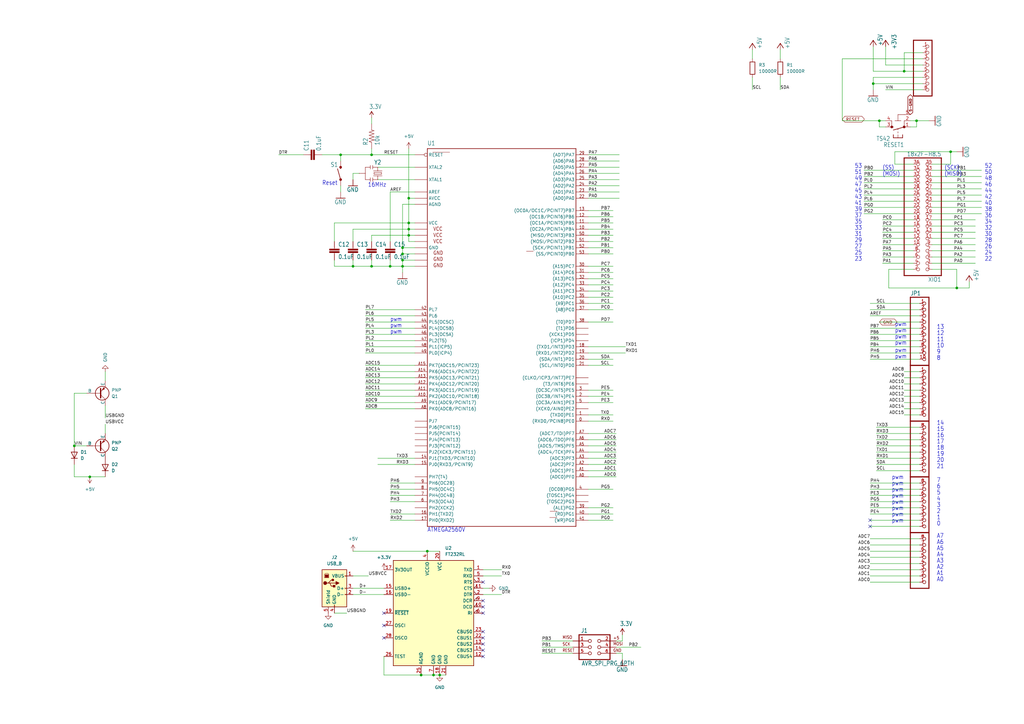
<source format=kicad_sch>
(kicad_sch (version 20231120) (generator "eeschema") (generator_version "8.0")
  (paper "A3")
  (junction (at 167.64 93.98))
  (junction (at 177.8 276.86))
  (junction (at 165.1 101.6))
  (junction (at 167.64 96.52))
  (junction (at 167.64 81.28))
  (junction (at 175.26 226.06))
  (junction (at 165.1 106.68))
  (junction (at 139.7 63.5))
  (junction (at 165.1 104.14))
  (junction (at 152.4 109.22))
  (junction (at 360.68 49.53))
  (junction (at 30.48 182.88))
  (junction (at 180.34 276.86))
  (junction (at 370.84 29.21))
  (junction (at 389.89 62.23))
  (junction (at 36.83 195.58))
  (junction (at 392.43 118.11))
  (junction (at 152.4 63.5))
  (junction (at 172.72 276.86))
  (junction (at 144.78 109.22))
  (junction (at 167.64 91.44))
  (junction (at 358.14 34.29))
  (junction (at 160.02 109.22))
  (junction (at 375.92 49.53))
  (junction (at 165.1 109.22))
  (no_connect (at 356.87 215.9))
  (no_connect (at 198.12 259.08))
  (no_connect (at 157.48 261.62))
  (no_connect (at 198.12 251.46))
  (no_connect (at 198.12 269.24))
  (no_connect (at 157.48 251.46))
  (no_connect (at 356.87 213.36))
  (no_connect (at 198.12 261.62))
  (no_connect (at 157.48 256.54))
  (no_connect (at 198.12 248.92))
  (no_connect (at 198.12 238.76))
  (no_connect (at 198.12 246.38))
  (no_connect (at 198.12 266.7))
  (no_connect (at 198.12 264.16))
  (wire (pts (xy 255.27 267.97) (xy 255.27 270.51)) (stroke (width 0.1524)))
  (wire (pts (xy 170.18 213.36) (xy 160.02 213.36)) (stroke (width 0.1524)))
  (wire (pts (xy 375.92 49.53) (xy 373.38 49.53)) (stroke (width 0.1524)))
  (wire (pts (xy 363.22 26.67) (xy 363.22 19.05)) (stroke (width 0.1524)))
  (wire (pts (xy 170.18 144.78) (xy 149.86 144.78)) (stroke (width 0.1524)))
  (wire (pts (xy 345.44 49.53) (xy 345.44 24.13)) (stroke (width 0.1524)))
  (wire (pts (xy 356.87 238.76) (xy 377.19 238.76)))
  (wire (pts (xy 377.19 160.02) (xy 370.84 160.02)))
  (wire (pts (xy 356.87 205.74) (xy 377.19 205.74)))
  (wire (pts (xy 356.87 233.68) (xy 377.19 233.68)))
  (wire (pts (xy 382.27 77.47) (xy 402.59 77.47)) (stroke (width 0.1524)))
  (wire (pts (xy 241.3 144.78) (xy 256.54 144.78)))
  (wire (pts (xy 170.18 127) (xy 149.86 127)) (stroke (width 0.1524)))
  (wire (pts (xy 30.48 161.29) (xy 30.48 182.88)))
  (wire (pts (xy 241.3 88.9) (xy 251.46 88.9)) (stroke (width 0.1524)))
  (wire (pts (xy 165.1 83.82) (xy 165.1 101.6)) (stroke (width 0.1524)))
  (wire (pts (xy 254 78.74) (xy 241.3 78.74)) (stroke (width 0.1524)))
  (wire (pts (xy 144.78 106.68) (xy 144.78 109.22)) (stroke (width 0.1524)))
  (wire (pts (xy 375.92 49.53) (xy 381 49.53)) (stroke (width 0.1524)))
  (wire (pts (xy 356.87 139.7) (xy 377.19 139.7)))
  (wire (pts (xy 358.14 31.75) (xy 358.14 34.29)) (stroke (width 0.1524)))
  (wire (pts (xy 149.86 162.56) (xy 170.18 162.56)))
  (wire (pts (xy 124.46 63.5) (xy 114.3 63.5)) (stroke (width 0.1524)))
  (wire (pts (xy 170.18 96.52) (xy 167.64 96.52)) (stroke (width 0.1524)))
  (wire (pts (xy 241.3 177.8) (xy 252.73 177.8)))
  (wire (pts (xy 252.73 262.89) (xy 255.27 262.89)) (stroke (width 0.1524)))
  (wire (pts (xy 374.65 92.71) (xy 361.95 92.71)) (stroke (width 0.1524)))
  (wire (pts (xy 400.05 90.17) (xy 382.27 90.17)) (stroke (width 0.1524)))
  (wire (pts (xy 160.02 78.74) (xy 160.02 99.06)) (stroke (width 0.1524)))
  (wire (pts (xy 356.87 236.22) (xy 377.19 236.22)))
  (wire (pts (xy 170.18 104.14) (xy 165.1 104.14)) (stroke (width 0.1524)))
  (wire (pts (xy 137.16 109.22) (xy 137.16 106.68)) (stroke (width 0.1524)))
  (wire (pts (xy 241.3 142.24) (xy 256.54 142.24)))
  (wire (pts (xy 149.86 137.16) (xy 170.18 137.16)) (stroke (width 0.1524)))
  (wire (pts (xy 241.3 116.84) (xy 251.46 116.84)) (stroke (width 0.1524)))
  (wire (pts (xy 139.7 63.5) (xy 139.7 66.04)) (stroke (width 0.1524)))
  (wire (pts (xy 374.65 85.09) (xy 354.33 85.09)) (stroke (width 0.1524)))
  (wire (pts (xy 157.48 269.24) (xy 157.48 276.86)))
  (wire (pts (xy 392.43 110.49) (xy 382.27 110.49)) (stroke (width 0.1524)))
  (wire (pts (xy 377.19 175.26) (xy 359.41 175.26)) (stroke (width 0.1524)))
  (wire (pts (xy 30.48 195.58) (xy 36.83 195.58)))
  (wire (pts (xy 149.86 160.02) (xy 170.18 160.02)))
  (wire (pts (xy 35.56 161.29) (xy 30.48 161.29)))
  (wire (pts (xy 149.86 167.64) (xy 170.18 167.64)))
  (wire (pts (xy 377.19 124.46) (xy 356.87 124.46)) (stroke (width 0.1524)))
  (wire (pts (xy 356.87 223.52) (xy 377.19 223.52)))
  (wire (pts (xy 359.41 190.5) (xy 377.19 190.5)))
  (wire (pts (xy 175.26 226.06) (xy 144.78 226.06)))
  (wire (pts (xy 170.18 210.82) (xy 160.02 210.82)) (stroke (width 0.1524)))
  (wire (pts (xy 359.41 177.8) (xy 377.19 177.8)) (stroke (width 0.1524)))
  (wire (pts (xy 370.84 170.18) (xy 377.19 170.18)))
  (wire (pts (xy 170.18 205.74) (xy 160.02 205.74)) (stroke (width 0.1524)))
  (wire (pts (xy 165.1 109.22) (xy 165.1 111.76)) (stroke (width 0.1524)))
  (wire (pts (xy 144.78 71.12) (xy 144.78 73.66)) (stroke (width 0.1524)))
  (wire (pts (xy 374.65 72.39) (xy 354.33 72.39)) (stroke (width 0.1524)))
  (wire (pts (xy 320.04 20.32) (xy 320.04 24.13)))
  (wire (pts (xy 241.3 193.04) (xy 252.73 193.04)))
  (wire (pts (xy 389.89 62.23) (xy 389.89 67.31)) (stroke (width 0.1524)))
  (wire (pts (xy 152.4 63.5) (xy 152.4 60.96)) (stroke (width 0.1524)))
  (wire (pts (xy 370.84 21.59) (xy 370.84 29.21)) (stroke (width 0.1524)))
  (wire (pts (xy 241.3 149.86) (xy 251.46 149.86)) (stroke (width 0.1524)))
  (wire (pts (xy 374.65 82.55) (xy 354.33 82.55)) (stroke (width 0.1524)))
  (wire (pts (xy 382.27 92.71) (xy 400.05 92.71)) (stroke (width 0.1524)))
  (wire (pts (xy 375.92 52.07) (xy 375.92 49.53)) (stroke (width 0.1524)))
  (wire (pts (xy 137.16 251.46) (xy 142.24 251.46)))
  (wire (pts (xy 241.3 96.52) (xy 251.46 96.52)) (stroke (width 0.1524)))
  (wire (pts (xy 377.19 129.54) (xy 356.87 129.54)) (stroke (width 0.1524)))
  (wire (pts (xy 373.38 52.07) (xy 375.92 52.07)) (stroke (width 0.1524)))
  (wire (pts (xy 254 66.04) (xy 241.3 66.04)) (stroke (width 0.1524)))
  (wire (pts (xy 374.65 110.49) (xy 364.49 110.49)) (stroke (width 0.1524)))
  (wire (pts (xy 167.64 81.28) (xy 167.64 60.96)) (stroke (width 0.1524)))
  (wire (pts (xy 377.19 165.1) (xy 370.84 165.1)))
  (wire (pts (xy 43.18 152.4) (xy 43.18 156.21)))
  (wire (pts (xy 389.89 62.23) (xy 392.43 62.23)) (stroke (width 0.1524)))
  (wire (pts (xy 374.65 97.79) (xy 361.95 97.79)) (stroke (width 0.1524)))
  (wire (pts (xy 198.12 233.68) (xy 205.74 233.68)) (stroke (width 0.1524)))
  (wire (pts (xy 255.27 262.89) (xy 255.27 260.35)) (stroke (width 0.1524)))
  (wire (pts (xy 364.49 118.11) (xy 392.43 118.11)) (stroke (width 0.1524)))
  (wire (pts (xy 374.65 107.95) (xy 361.95 107.95)) (stroke (width 0.1524)))
  (wire (pts (xy 170.18 139.7) (xy 149.86 139.7)) (stroke (width 0.1524)))
  (wire (pts (xy 170.18 203.2) (xy 160.02 203.2)) (stroke (width 0.1524)))
  (wire (pts (xy 234.95 262.89) (xy 222.25 262.89)) (stroke (width 0.1524)))
  (wire (pts (xy 241.3 187.96) (xy 252.73 187.96)))
  (wire (pts (xy 345.44 24.13) (xy 378.46 24.13)) (stroke (width 0.1524)))
  (wire (pts (xy 241.3 121.92) (xy 251.46 121.92)) (stroke (width 0.1524)))
  (wire (pts (xy 241.3 81.28) (xy 254 81.28)) (stroke (width 0.1524)))
  (wire (pts (xy 241.3 104.14) (xy 251.46 104.14)) (stroke (width 0.1524)))
  (wire (pts (xy 152.4 106.68) (xy 152.4 109.22)) (stroke (width 0.1524)))
  (wire (pts (xy 359.41 185.42) (xy 377.19 185.42)))
  (wire (pts (xy 361.95 90.17) (xy 374.65 90.17)) (stroke (width 0.1524)))
  (wire (pts (xy 360.68 52.07) (xy 363.22 52.07)) (stroke (width 0.1524)))
  (wire (pts (xy 175.26 226.06) (xy 180.34 226.06)))
  (wire (pts (xy 241.3 165.1) (xy 251.46 165.1)) (stroke (width 0.1524)))
  (wire (pts (xy 170.18 109.22) (xy 165.1 109.22)) (stroke (width 0.1524)))
  (wire (pts (xy 356.87 142.24) (xy 377.19 142.24)))
  (wire (pts (xy 170.18 134.62) (xy 149.86 134.62)) (stroke (width 0.1524)))
  (wire (pts (xy 144.78 236.22) (xy 151.13 236.22)))
  (wire (pts (xy 374.65 105.41) (xy 361.95 105.41)) (stroke (width 0.1524)))
  (wire (pts (xy 241.3 86.36) (xy 251.46 86.36)) (stroke (width 0.1524)))
  (wire (pts (xy 147.32 71.12) (xy 144.78 71.12)) (stroke (width 0.1524)))
  (wire (pts (xy 363.22 36.83) (xy 378.46 36.83)) (stroke (width 0.1524)))
  (wire (pts (xy 198.12 241.3) (xy 200.66 241.3)) (stroke (width 0.1524)))
  (wire (pts (xy 364.49 110.49) (xy 364.49 118.11)) (stroke (width 0.1524)))
  (wire (pts (xy 170.18 200.66) (xy 160.02 200.66)) (stroke (width 0.1524)))
  (wire (pts (xy 356.87 203.2) (xy 377.19 203.2)))
  (wire (pts (xy 356.87 210.82) (xy 377.19 210.82)))
  (wire (pts (xy 241.3 111.76) (xy 251.46 111.76)) (stroke (width 0.1524)))
  (wire (pts (xy 152.4 109.22) (xy 144.78 109.22)) (stroke (width 0.1524)))
  (wire (pts (xy 377.19 154.94) (xy 370.84 154.94)))
  (wire (pts (xy 378.46 29.21) (xy 370.84 29.21)) (stroke (width 0.1524)))
  (wire (pts (xy 170.18 99.06) (xy 167.64 99.06)) (stroke (width 0.1524)))
  (wire (pts (xy 160.02 109.22) (xy 152.4 109.22)) (stroke (width 0.1524)))
  (wire (pts (xy 378.46 31.75) (xy 358.14 31.75)) (stroke (width 0.1524)))
  (wire (pts (xy 241.3 170.18) (xy 251.46 170.18)) (stroke (width 0.1524)))
  (wire (pts (xy 144.78 241.3) (xy 157.48 241.3)))
  (wire (pts (xy 382.27 102.87) (xy 400.05 102.87)) (stroke (width 0.1524)))
  (wire (pts (xy 374.65 69.85) (xy 354.33 69.85)) (stroke (width 0.1524)))
  (wire (pts (xy 165.1 109.22) (xy 160.02 109.22)) (stroke (width 0.1524)))
  (wire (pts (xy 170.18 129.54) (xy 149.86 129.54)) (stroke (width 0.1524)))
  (wire (pts (xy 137.16 91.44) (xy 137.16 99.06)) (stroke (width 0.1524)))
  (wire (pts (xy 167.64 91.44) (xy 137.16 91.44)) (stroke (width 0.1524)))
  (wire (pts (xy 382.27 97.79) (xy 400.05 97.79)) (stroke (width 0.1524)))
  (wire (pts (xy 374.65 80.01) (xy 354.33 80.01)) (stroke (width 0.1524)))
  (wire (pts (xy 356.87 231.14) (xy 377.19 231.14)))
  (wire (pts (xy 198.12 243.84) (xy 205.74 243.84)) (stroke (width 0.1524)))
  (wire (pts (xy 157.48 276.86) (xy 172.72 276.86)))
  (wire (pts (xy 170.18 106.68) (xy 165.1 106.68)) (stroke (width 0.1524)))
  (wire (pts (xy 370.84 167.64) (xy 377.19 167.64)))
  (wire (pts (xy 389.89 67.31) (xy 382.27 67.31)) (stroke (width 0.1524)))
  (wire (pts (xy 149.86 132.08) (xy 170.18 132.08)) (stroke (width 0.1524)))
  (wire (pts (xy 377.19 147.32) (xy 356.87 147.32)) (stroke (width 0.1524)))
  (wire (pts (xy 167.64 93.98) (xy 144.78 93.98)) (stroke (width 0.1524)))
  (wire (pts (xy 382.27 80.01) (xy 402.59 80.01)) (stroke (width 0.1524)))
  (wire (pts (xy 149.86 152.4) (xy 170.18 152.4)))
  (wire (pts (xy 360.68 49.53) (xy 360.68 52.07)) (stroke (width 0.1524)))
  (wire (pts (xy 139.7 76.2) (xy 139.7 78.74)) (stroke (width 0.1524)))
  (wire (pts (xy 356.87 215.9) (xy 377.19 215.9)))
  (wire (pts (xy 170.18 81.28) (xy 167.64 81.28)) (stroke (width 0.1524)))
  (wire (pts (xy 358.14 34.29) (xy 358.14 36.83)) (stroke (width 0.1524)))
  (wire (pts (xy 254 68.58) (xy 241.3 68.58)) (stroke (width 0.1524)))
  (wire (pts (xy 152.4 96.52) (xy 152.4 99.06)) (stroke (width 0.1524)))
  (wire (pts (xy 154.94 190.5) (xy 170.18 190.5)) (stroke (width 0.1524)))
  (wire (pts (xy 241.3 190.5) (xy 252.73 190.5)))
  (wire (pts (xy 149.86 154.94) (xy 170.18 154.94)))
  (wire (pts (xy 241.3 172.72) (xy 251.46 172.72)) (stroke (width 0.1524)))
  (wire (pts (xy 170.18 198.12) (xy 160.02 198.12)) (stroke (width 0.1524)))
  (wire (pts (xy 241.3 180.34) (xy 252.73 180.34)))
  (wire (pts (xy 165.1 101.6) (xy 165.1 104.14)) (stroke (width 0.1524)))
  (wire (pts (xy 234.95 267.97) (xy 222.25 267.97)) (stroke (width 0.1524)))
  (wire (pts (xy 402.59 72.39) (xy 382.27 72.39)) (stroke (width 0.1524)))
  (wire (pts (xy 149.86 165.1) (xy 170.18 165.1)))
  (wire (pts (xy 241.3 210.82) (xy 251.46 210.82)) (stroke (width 0.1524)))
  (wire (pts (xy 359.41 182.88) (xy 377.19 182.88)) (stroke (width 0.1524)))
  (wire (pts (xy 378.46 21.59) (xy 370.84 21.59)) (stroke (width 0.1524)))
  (wire (pts (xy 167.64 91.44) (xy 167.64 81.28)) (stroke (width 0.1524)))
  (wire (pts (xy 356.87 137.16) (xy 377.19 137.16)))
  (wire (pts (xy 241.3 182.88) (xy 252.73 182.88)))
  (wire (pts (xy 361.95 100.33) (xy 374.65 100.33)) (stroke (width 0.1524)))
  (wire (pts (xy 356.87 213.36) (xy 377.19 213.36)))
  (wire (pts (xy 241.3 101.6) (xy 251.46 101.6)) (stroke (width 0.1524)))
  (wire (pts (xy 254 76.2) (xy 241.3 76.2)) (stroke (width 0.1524)))
  (wire (pts (xy 358.14 29.21) (xy 358.14 19.05)) (stroke (width 0.1524)))
  (wire (pts (xy 308.61 31.75) (xy 308.61 36.83)))
  (wire (pts (xy 152.4 63.5) (xy 170.18 63.5)) (stroke (width 0.1524)))
  (wire (pts (xy 149.86 157.48) (xy 170.18 157.48)))
  (wire (pts (xy 149.86 149.86) (xy 170.18 149.86)))
  (wire (pts (xy 356.87 208.28) (xy 377.19 208.28)))
  (wire (pts (xy 241.3 93.98) (xy 251.46 93.98)) (stroke (width 0.1524)))
  (wire (pts (xy 154.94 187.96) (xy 170.18 187.96)) (stroke (width 0.1524)))
  (wire (pts (xy 180.34 276.86) (xy 182.88 276.86)))
  (wire (pts (xy 359.41 193.04) (xy 377.19 193.04)))
  (wire (pts (xy 359.41 180.34) (xy 377.19 180.34)) (stroke (width 0.1524)))
  (wire (pts (xy 170.18 73.66) (xy 154.94 73.66)) (stroke (width 0.1524)))
  (wire (pts (xy 167.64 96.52) (xy 152.4 96.52)) (stroke (width 0.1524)))
  (wire (pts (xy 254 71.12) (xy 241.3 71.12)) (stroke (width 0.1524)))
  (wire (pts (xy 402.59 82.55) (xy 382.27 82.55)) (stroke (width 0.1524)))
  (wire (pts (xy 241.3 127) (xy 251.46 127)) (stroke (width 0.1524)))
  (wire (pts (xy 308.61 20.32) (xy 308.61 24.13)) (stroke (width 0.1524)))
  (wire (pts (xy 165.1 104.14) (xy 165.1 106.68)) (stroke (width 0.1524)))
  (wire (pts (xy 152.4 63.5) (xy 139.7 63.5)) (stroke (width 0.1524)))
  (wire (pts (xy 382.27 107.95) (xy 400.05 107.95)) (stroke (width 0.1524)))
  (wire (pts (xy 377.19 200.66) (xy 356.87 200.66)) (stroke (width 0.1524)))
  (wire (pts (xy 170.18 68.58) (xy 154.94 68.58)) (stroke (width 0.1524)))
  (wire (pts (xy 43.18 173.99) (xy 43.18 177.8)))
  (wire (pts (xy 234.95 265.43) (xy 222.25 265.43)) (stroke (width 0.1524)))
  (wire (pts (xy 241.3 109.22) (xy 251.46 109.22)) (stroke (width 0.1524)))
  (wire (pts (xy 252.73 265.43) (xy 262.89 265.43)) (stroke (width 0.1524)))
  (wire (pts (xy 360.68 49.53) (xy 345.44 49.53)) (stroke (width 0.1524)))
  (wire (pts (xy 241.3 132.08) (xy 251.46 132.08)) (stroke (width 0.1524)))
  (wire (pts (xy 167.64 99.06) (xy 167.64 96.52)) (stroke (width 0.1524)))
  (wire (pts (xy 374.65 74.93) (xy 354.33 74.93)) (stroke (width 0.1524)))
  (wire (pts (xy 252.73 267.97) (xy 255.27 267.97)) (stroke (width 0.1524)))
  (wire (pts (xy 241.3 91.44) (xy 251.46 91.44)) (stroke (width 0.1524)))
  (wire (pts (xy 367.03 62.23) (xy 389.89 62.23)) (stroke (width 0.1524)))
  (wire (pts (xy 374.65 87.63) (xy 354.33 87.63)) (stroke (width 0.1524)))
  (wire (pts (xy 241.3 208.28) (xy 251.46 208.28)) (stroke (width 0.1524)))
  (wire (pts (xy 382.27 105.41) (xy 400.05 105.41)) (stroke (width 0.1524)))
  (wire (pts (xy 241.3 162.56) (xy 251.46 162.56)) (stroke (width 0.1524)))
  (wire (pts (xy 170.18 91.44) (xy 167.64 91.44)) (stroke (width 0.1524)))
  (wire (pts (xy 254 63.5) (xy 241.3 63.5)) (stroke (width 0.1524)))
  (wire (pts (xy 144.78 109.22) (xy 137.16 109.22)) (stroke (width 0.1524)))
  (wire (pts (xy 377.19 152.4) (xy 370.84 152.4)))
  (wire (pts (xy 198.12 236.22) (xy 205.74 236.22)))
  (wire (pts (xy 241.3 195.58) (xy 252.73 195.58)))
  (wire (pts (xy 378.46 26.67) (xy 363.22 26.67)) (stroke (width 0.1524)))
  (wire (pts (xy 370.84 29.21) (xy 358.14 29.21)) (stroke (width 0.1524)))
  (wire (pts (xy 356.87 127) (xy 377.19 127)) (stroke (width 0.1524)))
  (wire (pts (xy 139.7 63.5) (xy 132.08 63.5)) (stroke (width 0.1524)))
  (wire (pts (xy 170.18 83.82) (xy 165.1 83.82)) (stroke (width 0.1524)))
  (wire (pts (xy 241.3 119.38) (xy 251.46 119.38)) (stroke (width 0.1524)))
  (wire (pts (xy 30.48 190.5) (xy 30.48 195.58)))
  (wire (pts (xy 43.18 166.37) (xy 43.18 171.45)))
  (wire (pts (xy 320.04 31.75) (xy 320.04 36.83)))
  (wire (pts (xy 382.27 85.09) (xy 402.59 85.09)) (stroke (width 0.1524)))
  (wire (pts (xy 241.3 124.46) (xy 251.46 124.46)) (stroke (width 0.1524)))
  (wire (pts (xy 382.27 87.63) (xy 402.59 87.63)) (stroke (width 0.1524)))
  (wire (pts (xy 354.33 77.47) (xy 374.65 77.47)) (stroke (width 0.1524)))
  (wire (pts (xy 374.65 67.31) (xy 367.03 67.31)) (stroke (width 0.1524)))
  (wire (pts (xy 241.3 147.32) (xy 251.46 147.32)) (stroke (width 0.1524)))
  (wire (pts (xy 170.18 93.98) (xy 167.64 93.98)) (stroke (width 0.1524)))
  (wire (pts (xy 254 73.66) (xy 241.3 73.66)) (stroke (width 0.1524)))
  (wire (pts (xy 170.18 78.74) (xy 160.02 78.74)) (stroke (width 0.1524)))
  (wire (pts (xy 377.19 132.08) (xy 360.68 132.08)) (stroke (width 0.1524)))
  (wire (pts (xy 400.05 100.33) (xy 382.27 100.33)) (stroke (width 0.1524)))
  (wire (pts (xy 377.19 162.56) (xy 370.84 162.56)))
  (wire (pts (xy 167.64 93.98) (xy 167.64 91.44)) (stroke (width 0.1524)))
  (wire (pts (xy 359.41 187.96) (xy 377.19 187.96)))
  (wire (pts (xy 160.02 106.68) (xy 160.02 109.22)) (stroke (width 0.1524)))
  (wire (pts (xy 241.3 114.3) (xy 251.46 114.3)) (stroke (width 0.1524)))
  (wire (pts (xy 167.64 96.52) (xy 167.64 93.98)) (stroke (width 0.1524)))
  (wire (pts (xy 392.43 118.11) (xy 397.51 118.11)) (stroke (width 0.1524)))
  (wire (pts (xy 356.87 134.62) (xy 377.19 134.62)))
  (wire (pts (xy 367.03 67.31) (xy 367.03 62.23)) (stroke (width 0.1524)))
  (wire (pts (xy 356.87 226.06) (xy 377.19 226.06)))
  (wire (pts (xy 382.27 95.25) (xy 400.05 95.25)) (stroke (width 0.1524)))
  (wire (pts (xy 374.65 95.25) (xy 361.95 95.25)) (stroke (width 0.1524)))
  (wire (pts (xy 30.48 182.88) (xy 35.56 182.88)))
  (wire (pts (xy 241.3 185.42) (xy 252.73 185.42)))
  (wire (pts (xy 363.22 49.53) (xy 360.68 49.53)) (stroke (width 0.1524)))
  (wire (pts (xy 356.87 220.98) (xy 377.19 220.98)))
  (wire (pts (xy 374.65 102.87) (xy 361.95 102.87)) (stroke (width 0.1524)))
  (wire (pts (xy 382.27 74.93) (xy 402.59 74.93)) (stroke (width 0.1524)))
  (wire (pts (xy 356.87 228.6) (xy 377.19 228.6)))
  (wire (pts (xy 144.78 93.98) (xy 144.78 99.06)) (stroke (width 0.1524)))
  (wire (pts (xy 392.43 118.11) (xy 392.43 110.49)) (stroke (width 0.1524)))
  (wire (pts (xy 241.3 99.06) (xy 251.46 99.06)) (stroke (width 0.1524)))
  (wire (pts (xy 402.59 69.85) (xy 382.27 69.85)) (stroke (width 0.1524)))
  (wire (pts (xy 241.3 200.66) (xy 251.46 200.66)) (stroke (width 0.1524)))
  (wire (pts (xy 241.3 160.02) (xy 251.46 160.02)) (stroke (width 0.1524)))
  (wire (pts (xy 377.19 198.12) (xy 356.87 198.12)) (stroke (width 0.1524)))
  (wire (pts (xy 149.86 142.24) (xy 170.18 142.24)) (stroke (width 0.1524)))
  (wire (pts (xy 378.46 34.29) (xy 358.14 34.29)) (stroke (width 0.1524)))
  (wire (pts (xy 152.4 48.26) (xy 152.4 50.8)) (stroke (width 0.1524)))
  (wire (pts (xy 170.18 101.6) (xy 165.1 101.6)) (stroke (width 0.1524)))
  (wire (pts (xy 165.1 106.68) (xy 165.1 109.22)) (stroke (width 0.1524)))
  (wire (pts (xy 397.51 118.11) (xy 397.51 115.57)) (stroke (width 0.1524)))
  (wire (pts (xy 377.19 157.48) (xy 370.84 157.48)))
  (wire (pts (xy 172.72 276.86) (xy 177.8 276.86)))
  (wire (pts (xy 356.87 144.78) (xy 377.19 144.78)) (stroke (width 0.1524)))
  (wire (pts (xy 144.78 243.84) (xy 157.48 243.84)))
  (wire (pts (xy 241.3 213.36) (xy 251.46 213.36)) (stroke (width 0.1524)))
  (wire (pts (xy 36.83 195.58) (xy 43.18 195.58)))
  (wire (pts (xy 177.8 276.86) (xy 180.34 276.86)))
  (text "13" (at 384.175 135.255 0) (effects (font (size 1.778 1.5113)) (justify left bottom)))
  (text "50" (at 403.86 71.755 0) (effects (font (size 1.778 1.5113)) (justify left bottom)))
  (text "A1" (at 384.175 236.22 0) (effects (font (size 1.778 1.5113)) (justify left bottom)))
  (text "10" (at 384.175 142.875 0) (effects (font (size 1.778 1.5113)) (justify left bottom)))
  (text "8" (at 384.175 147.955 0) (effects (font (size 1.778 1.5113)) (justify left bottom)))
  (text "pwm" (at 367.03 134.112 0) (effects (font (size 1.6764 1.4249)) (justify left bottom)))
  (text "pwm" (at 365.76 212.09 0) (effects (font (size 1.6764 1.4249)) (justify left bottom)))
  (text "33" (at 350.52 94.615 0) (effects (font (size 1.778 1.5113)) (justify left bottom)))
  (text "44" (at 403.86 79.375 0) (effects (font (size 1.778 1.5113)) (justify left bottom)))
  (text "9" (at 384.175 145.415 0) (effects (font (size 1.778 1.5113)) (justify left bottom)))
  (text "32" (at 403.86 94.615 0) (effects (font (size 1.778 1.5113)) (justify left bottom)))
  (text "pwm" (at 365.76 209.55 0) (effects (font (size 1.6764 1.4249)) (justify left bottom)))
  (text "43" (at 350.52 81.915 0) (effects (font (size 1.778 1.5113)) (justify left bottom)))
  (text "16MHz" (at 150.876 76.962 0) (effects (font (size 1.778 1.5113)) (justify left bottom)))
  (text "A6" (at 384.175 223.52 0) (effects (font (size 1.778 1.5113)) (justify left bottom)))
  (text "23" (at 350.52 107.315 0) (effects (font (size 1.778 1.5113)) (justify left bottom)))
  (text "pwm" (at 365.76 196.85 0) (effects (font (size 1.6764 1.4249)) (justify left bottom)))
  (text "(MISO)" (at 387.35 72.39 0) (effects (font (size 1.6764 1.4249)) (justify left bottom)))
  (text "21" (at 384.175 192.405 0) (effects (font (size 1.778 1.5113)) (justify left bottom)))
  (text "19" (at 384.175 187.325 0) (effects (font (size 1.778 1.5113)) (justify left bottom)))
  (text "37" (at 350.52 89.535 0) (effects (font (size 1.778 1.5113)) (justify left bottom)))
  (text "39" (at 350.52 86.995 0) (effects (font (size 1.778 1.5113)) (justify left bottom)))
  (text "16" (at 384.175 179.705 0) (effects (font (size 1.778 1.5113)) (justify left bottom)))
  (text "1" (at 384.175 213.36 0) (effects (font (size 1.778 1.5113)) (justify left bottom)))
  (text "38" (at 403.86 86.995 0) (effects (font (size 1.778 1.5113)) (justify left bottom)))
  (text "12" (at 384.175 137.795 0) (effects (font (size 1.778 1.5113)) (justify left bottom)))
  (text "Reset" (at 132.08 76.2 0) (effects (font (size 1.778 1.5113)) (justify left bottom)))
  (text "35" (at 350.52 92.075 0) (effects (font (size 1.778 1.5113)) (justify left bottom)))
  (text "3" (at 384.175 208.28 0) (effects (font (size 1.778 1.5113)) (justify left bottom)))
  (text "pwm" (at 365.76 214.63 0) (effects (font (size 1.6764 1.4249)) (justify left bottom)))
  (text "31" (at 350.52 97.155 0) (effects (font (size 1.778 1.5113)) (justify left bottom)))
  (text "(SS)" (at 361.95 69.85 0) (effects (font (size 1.6764 1.4249)) (justify left bottom)))
  (text "15" (at 384.175 177.165 0) (effects (font (size 1.778 1.5113)) (justify left bottom)))
  (text "46" (at 403.86 76.835 0) (effects (font (size 1.778 1.5113)) (justify left bottom)))
  (text "14" (at 384.175 174.625 0) (effects (font (size 1.778 1.5113)) (justify left bottom)))
  (text "A7" (at 384.175 220.98 0) (effects (font (size 1.778 1.5113)) (justify left bottom)))
  (text "34" (at 403.86 92.075 0) (effects (font (size 1.778 1.5113)) (justify left bottom)))
  (text "pwm" (at 160.02 132.08 0) (effects (font (size 1.6764 1.4249)) (justify left bottom)))
  (text "pwm" (at 365.76 201.93 0) (effects (font (size 1.6764 1.4249)) (justify left bottom)))
  (text "48" (at 403.86 74.295 0) (effects (font (size 1.778 1.5113)) (justify left bottom)))
  (text "pwm" (at 365.76 204.47 0) (effects (font (size 1.6764 1.4249)) (justify left bottom)))
  (text "20" (at 384.175 189.865 0) (effects (font (size 1.778 1.5113)) (justify left bottom)))
  (text "A5" (at 384.175 226.06 0) (effects (font (size 1.778 1.5113)) (justify left bottom)))
  (text "51" (at 350.52 71.755 0) (effects (font (size 1.778 1.5113)) (justify left bottom)))
  (text "2" (at 384.175 210.82 0) (effects (font (size 1.778 1.5113)) (justify left bottom)))
  (text "pwm" (at 367.03 136.652 0) (effects (font (size 1.6764 1.4249)) (justify left bottom)))
  (text "pwm" (at 367.03 144.78 0) (effects (font (size 1.6764 1.4249)) (justify left bottom)))
  (text "pwm" (at 367.03 139.192 0) (effects (font (size 1.6764 1.4249)) (justify left bottom)))
  (text "29" (at 350.52 99.695 0) (effects (font (size 1.778 1.5113)) (justify left bottom)))
  (text "52" (at 403.86 69.215 0) (effects (font (size 1.778 1.5113)) (justify left bottom)))
  (text "0" (at 384.175 215.9 0) (effects (font (size 1.778 1.5113)) (justify left bottom)))
  (text "A0" (at 384.175 238.76 0) (effects (font (size 1.778 1.5113)) (justify left bottom)))
  (text "30" (at 403.86 97.155 0) (effects (font (size 1.778 1.5113)) (justify left bottom)))
  (text "A3" (at 384.175 231.14 0) (effects (font (size 1.778 1.5113)) (justify left bottom)))
  (text "49" (at 350.52 74.295 0) (effects (font (size 1.778 1.5113)) (justify left bottom)))
  (text "(SCK)" (at 387.35 69.85 0) (effects (font (size 1.6764 1.4249)) (justify left bottom)))
  (text "6" (at 384.175 200.66 0) (effects (font (size 1.778 1.5113)) (justify left bottom)))
  (text "pwm" (at 365.76 207.01 0) (effects (font (size 1.6764 1.4249)) (justify left bottom)))
  (text "36" (at 403.86 89.535 0) (effects (font (size 1.778 1.5113)) (justify left bottom)))
  (text "42" (at 403.86 81.915 0) (effects (font (size 1.778 1.5113)) (justify left bottom)))
  (text "4" (at 384.175 205.74 0) (effects (font (size 1.778 1.5113)) (justify left bottom)))
  (text "41" (at 350.52 84.455 0) (effects (font (size 1.778 1.5113)) (justify left bottom)))
  (text "47" (at 350.52 76.835 0) (effects (font (size 1.778 1.5113)) (justify left bottom)))
  (text "7" (at 384.175 198.12 0) (effects (font (size 1.778 1.5113)) (justify left bottom)))
  (text "17" (at 384.175 182.245 0) (effects (font (size 1.778 1.5113)) (justify left bottom)))
  (text "pwm" (at 367.03 147.32 0) (effects (font (size 1.6764 1.4249)) (justify left bottom)))
  (text "45" (at 350.52 79.375 0) (effects (font (size 1.778 1.5113)) (justify left bottom)))
  (text "A4" (at 384.175 228.6 0) (effects (font (size 1.778 1.5113)) (justify left bottom)))
  (text "pwm" (at 160.02 134.62 0) (effects (font (size 1.6764 1.4249)) (justify left bottom)))
  (text "11" (at 384.175 140.335 0) (effects (font (size 1.778 1.5113)) (justify left bottom)))
  (text "18" (at 384.175 184.785 0) (effects (font (size 1.778 1.5113)) (justify left bottom)))
  (text "25" (at 350.52 104.775 0) (effects (font (size 1.778 1.5113)) (justify left bottom)))
  (text "27" (at 350.52 102.235 0) (effects (font (size 1.778 1.5113)) (justify left bottom)))
  (text "pwm" (at 367.03 141.732 0) (effects (font (size 1.6764 1.4249)) (justify left bottom)))
  (text "pwm" (at 365.76 199.39 0) (effects (font (size 1.6764 1.4249)) (justify left bottom)))
  (text "ATMEGA2560V" (at 175.26 218.44 0) (effects (font (size 1.778 1.5113)) (justify left bottom)))
  (text "5" (at 384.175 203.2 0) (effects (font (size 1.778 1.5113)) (justify left bottom)))
  (text "53" (at 350.52 69.215 0) (effects (font (size 1.778 1.5113)) (justify left bottom)))
  (text "22" (at 403.86 107.315 0) (effects (font (size 1.778 1.5113)) (justify left bottom)))
  (text "(MOSI)" (at 361.95 72.39 0) (effects (font (size 1.6764 1.4249)) (justify left bottom)))
  (text "pwm" (at 160.02 137.16 0) (effects (font (size 1.6764 1.4249)) (justify left bottom)))
  (text "A2" (at 384.175 233.68 0) (effects (font (size 1.778 1.5113)) (justify left bottom)))
  (text "24" (at 403.86 104.775 0) (effects (font (size 1.778 1.5113)) (justify left bottom)))
  (text "28" (at 403.86 99.695 0) (effects (font (size 1.778 1.5113)) (justify left bottom)))
  (text "40" (at 403.86 84.455 0) (effects (font (size 1.778 1.5113)) (justify left bottom)))
  (text "26" (at 403.86 102.235 0) (effects (font (size 1.778 1.5113)) (justify left bottom)))
  (label "USBGND" (at 43.18 171.45 0))
  (label "ADC5" (at 356.87 226.06 180) (effects (font (size 1.2446 1.2446))))
  (label "PC6" (at 361.95 97.79 0) (effects (font (size 1.2446 1.2446))))
  (label "PH5" (at 160.02 200.66 0) (effects (font (size 1.2446 1.2446))))
  (label "VIN" (at 363.22 36.83 0) (effects (font (size 1.2446 1.2446))))
  (label "PA0" (at 241.3 81.28 0) (effects (font (size 1.2446 1.2446))))
  (label "RXD1" (at 359.41 187.96 0) (effects (font (size 1.2446 1.2446))))
  (label "PD7" (at 246.38 132.08 0) (effects (font (size 1.2446 1.2446))))
  (label "ADC4" (at 252.73 185.42 180) (effects (font (size 1.2446 1.2446))))
  (label "PC1" (at 391.16 90.17 0) (effects (font (size 1.2446 1.2446))))
  (label "ADC3" (at 356.87 231.14 180) (effects (font (size 1.2446 1.2446))))
  (label "PL5" (at 392.43 80.01 0) (effects (font (size 1.2446 1.2446))))
  (label "PB1" (at 222.25 265.43 0) (effects (font (size 1.2446 1.2446))))
  (label "ADC10" (at 149.86 162.56 0) (effects (font (size 1.2446 1.2446))))
  (label "VIN" (at 30.48 182.88 0))
  (label "PC7" (at 391.16 97.79 0) (effects (font (size 1.2446 1.2446))))
  (label "PL2" (at 149.86 139.7 0) (effects (font (size 1.2446 1.2446))))
  (label "PC2" (at 361.95 92.71 0) (effects (font (size 1.2446 1.2446))))
  (label "ADC6" (at 356.87 223.52 180) (effects (font (size 1.2446 1.2446))))
  (label "PC6" (at 246.38 111.76 0) (effects (font (size 1.2446 1.2446))))
  (label "SCL" (at 359.41 124.46 0) (effects (font (size 1.2446 1.2446))))
  (label "ADC11" (at 370.84 160.02 180) (effects (font (size 1.2446 1.2446))))
  (label "PG2" (at 354.33 87.63 0) (effects (font (size 1.2446 1.2446))))
  (label "ADC1" (at 252.73 193.04 180) (effects (font (size 1.2446 1.2446))))
  (label "USBGND" (at 142.24 251.46 0))
  (label "PA2" (at 241.3 76.2 0) (effects (font (size 1.2446 1.2446))))
  (label "RX0" (at 246.38 172.72 0) (effects (font (size 1.2446 1.2446))))
  (label "PA3" (at 241.3 73.66 0) (effects (font (size 1.2446 1.2446))))
  (label "PB1" (at 246.38 101.6 0) (effects (font (size 1.2446 1.2446))))
  (label "PH6" (at 160.02 198.12 0) (effects (font (size 1.2446 1.2446))))
  (label "PE3" (at 356.87 203.2 0) (effects (font (size 1.2446 1.2446))))
  (label "PB4" (at 356.87 142.24 0) (effects (font (size 1.1735 1.1735))))
  (label "PB5" (at 246.38 91.44 0) (effects (font (size 1.2446 1.2446))))
  (label "DTR" (at 205.74 243.84 0) (effects (font (size 1.2446 1.2446))))
  (label "RX0" (at 205.74 233.68 0) (effects (font (size 1.2446 1.2446))))
  (label "SCL" (at 359.41 193.04 0) (effects (font (size 1.2446 1.2446))))
  (label "ADC13" (at 149.86 154.94 0) (effects (font (size 1.2446 1.2446))))
  (label "PE4" (at 356.87 210.82 0) (effects (font (size 1.2446 1.2446))))
  (label "PB5" (at 356.87 139.7 0) (effects (font (size 1.1735 1.1735))))
  (label "PE5" (at 246.38 160.02 0) (effects (font (size 1.2446 1.2446))))
  (label "PB2" (at 354.33 72.39 0) (effects (font (size 1.2446 1.2446))))
  (label "USBVCC" (at 43.18 173.99 0))
  (label "PG0" (at 354.33 85.09 0) (effects (font (size 1.2446 1.2446))))
  (label "PC0" (at 361.95 90.17 0) (effects (font (size 1.2446 1.2446))))
  (label "ADC5" (at 252.73 182.88 180) (effects (font (size 1.2446 1.2446))))
  (label "PB7" (at 246.38 86.36 0) (effects (font (size 1.2446 1.2446))))
  (label "PA6" (at 391.16 100.33 0) (effects (font (size 1.2446 1.2446))))
  (label "RESET" (at 222.25 267.97 0) (effects (font (size 1.2446 1.2446))))
  (label "TX0" (at 205.74 236.22 0) (effects (font (size 1.2446 1.2446))))
  (label "PB1" (at 392.43 69.85 0) (effects (font (size 1.2446 1.2446))))
  (label "RXD1" (at 256.54 144.78 0) (effects (font (size 1.2446 1.2446))))
  (label "PB0" (at 354.33 69.85 0) (effects (font (size 1.2446 1.2446))))
  (label "PA3" (at 361.95 105.41 0) (effects (font (size 1.2446 1.2446))))
  (label "PL3" (at 149.86 137.16 0) (effects (font (size 1.2446 1.2446))))
  (label "TXD2" (at 359.41 180.34 0) (effects (font (size 1.2446 1.2446))))
  (label "ADC6" (at 252.73 180.34 180) (effects (font (size 1.2446 1.2446))))
  (label "TXD2" (at 160.02 210.82 0) (effects (font (size 1.2446 1.2446))))
  (label "USBVCC" (at 151.13 236.22 0))
  (label "PC3" (at 246.38 119.38 0) (effects (font (size 1.2446 1.2446))))
  (label "ADC7" (at 356.87 220.98 180) (effects (font (size 1.2446 1.2446))))
  (label "PC7" (at 246.38 109.22 0) (effects (font (size 1.2446 1.2446))))
  (label "TXD1" (at 359.41 185.42 0) (effects (font (size 1.2446 1.2446))))
  (label "ADC9" (at 370.84 154.94 180) (effects (font (size 1.2446 1.2446))))
  (label "RESET" (at 157.48 63.5 0) (effects (font (size 1.2446 1.2446))))
  (label "PC5" (at 391.16 95.25 0) (effects (font (size 1.2446 1.2446))))
  (label "ADC2" (at 356.87 233.68 180) (effects (font (size 1.2446 1.2446))))
  (label "PL5" (at 149.86 132.08 0) (effects (font (size 1.2446 1.2446))))
  (label "ADC7" (at 252.73 177.8 180) (effects (font (size 1.2446 1.2446))))
  (label "PL7" (at 392.43 82.55 0) (effects (font (size 1.2446 1.2446))))
  (label "PH3" (at 160.02 205.74 0) (effects (font (size 1.2446 1.2446))))
  (label "ADC15" (at 149.86 149.86 0) (effects (font (size 1.2446 1.2446))))
  (label "PA5" (at 241.3 68.58 0) (effects (font (size 1.2446 1.2446))))
  (label "PA4" (at 391.16 102.87 0) (effects (font (size 1.2446 1.2446))))
  (label "PE3" (at 246.38 165.1 0) (effects (font (size 1.2446 1.2446))))
  (label "ADC8" (at 149.86 167.64 0) (effects (font (size 1.2446 1.2446))))
  (label "PG1" (at 246.38 210.82 0) (effects (font (size 1.2446 1.2446))))
  (label "ADC15" (at 370.84 170.18 180) (effects (font (size 1.2446 1.2446))))
  (label "PA5" (at 361.95 102.87 0) (effects (font (size 1.2446 1.2446))))
  (label "ADC14" (at 370.84 167.64 180) (effects (font (size 1.2446 1.2446))))
  (label "TXD3" (at 162.56 187.96 0) (effects (font (size 1.2446 1.2446))))
  (label "ADC14" (at 149.86 152.4 0) (effects (font (size 1.2446 1.2446))))
  (label "PA6" (at 241.3 66.04 0) (effects (font (size 1.2446 1.2446))))
  (label "AREF" (at 356.87 129.54 0) (effects (font (size 1.2446 1.2446))))
  (label "ADC9" (at 149.86 165.1 0) (effects (font (size 1.2446 1.2446))))
  (label "TX0" (at 246.38 170.18 0) (effects (font (size 1.2446 1.2446))))
  (label "RXD2" (at 359.41 182.88 0) (effects (font (size 1.2446 1.2446))))
  (label "PH4" (at 160.02 203.2 0) (effects (font (size 1.2446 1.2446))))
  (label "PB7" (at 356.87 134.62 0) (effects (font (size 1.1735 1.1735))))
  (label "PA4" (at 241.3 71.12 0) (effects (font (size 1.2446 1.2446))))
  (label "ADC3" (at 252.73 187.96 180) (effects (font (size 1.2446 1.2446))))
  (label "PE4" (at 246.38 162.56 0) (effects (font (size 1.2446 1.2446))))
  (label "PL0" (at 354.33 74.93 0) (effects (font (size 1.2446 1.2446))))
  (label "ADC13" (at 370.84 165.1 180) (effects (font (size 1.2446 1.2446))))
  (label "ADC2" (at 252.73 190.5 180) (effects (font (size 1.2446 1.2446))))
  (label "RXD3" (at 359.41 177.8 0) (effects (font (size 1.2446 1.2446))))
  (label "PE5" (at 356.87 208.28 0) (effects (font (size 1.2446 1.2446))))
  (label "PC0" (at 246.38 127 0) (effects (font (size 1.2446 1.2446))))
  (label "PB3" (at 246.38 96.52 0) (effects (font (size 1.2446 1.2446))))
  (label "ADC11" (at 149.86 160.02 0) (effects (font (size 1.2446 1.2446))))
  (label "PC3" (at 391.16 92.71 0) (effects (font (size 1.2446 1.2446))))
  (label "SCL" (at 246.38 149.86 0) (effects (font (size 1.2446 1.2446))))
  (label "PA0" (at 391.16 107.95 0) (effects (font (size 1.2446 1.2446))))
  (label "PL6" (at 149.86 129.54 0) (effects (font (size 1.2446 1.2446))))
  (label "PG5" (at 356.87 205.74 0) (effects (font (size 1.2446 1.2446))))
  (label "PL4" (at 354.33 80.01 0) (effects (font (size 1.2446 1.2446))))
  (label "D+" (at 147.32 241.3 0))
  (label "PD7" (at 392.43 87.63 0) (effects (font (size 1.2446 1.2446))))
  (label "ADC4" (at 356.87 228.6 180) (effects (font (size 1.2446 1.2446))))
  (label "PC1" (at 246.38 124.46 0) (effects (font (size 1.2446 1.2446))))
  (label "PH5" (at 356.87 147.32 0) (effects (font (size 1.2446 1.2446))))
  (label "ADC0" (at 252.73 195.58 180) (effects (font (size 1.2446 1.2446))))
  (label "PG0" (at 246.38 213.36 0) (effects (font (size 1.2446 1.2446))))
  (label "PH4" (at 356.87 198.12 0) (effects (font (size 1.2446 1.2446))))
  (label "TXD1" (at 256.54 142.24 0) (effects (font (size 1.2446 1.2446))))
  (label "PB4" (at 246.38 93.98 0) (effects (font (size 1.2446 1.2446))))
  (label "ADC10" (at 370.84 157.48 180) (effects (font (size 1.2446 1.2446))))
  (label "PL6" (at 354.33 82.55 0) (effects (font (size 1.2446 1.2446))))
  (label "TXD3" (at 359.41 175.26 0) (effects (font (size 1.2446 1.2446))))
  (label "PA7" (at 241.3 63.5 0) (effects (font (size 1.2446 1.2446))))
  (label "PL7" (at 149.86 127 0) (effects (font (size 1.2446 1.2446))))
  (label "SDA" (at 320.04 36.83 0) (effects (font (size 1.2446 1.2446))))
  (label "PB0" (at 246.38 104.14 0) (effects (font (size 1.2446 1.2446))))
  (label "RXD2" (at 160.02 213.36 0) (effects (font (size 1.2446 1.2446))))
  (label "PA7" (at 361.95 100.33 0) (effects (font (size 1.2446 1.2446))))
  (label "SCL" (at 308.61 36.83 0) (effects (font (size 1.2446 1.2446))))
  (label "D-" (at 147.32 243.84 0))
  (label "PB2" (at 246.38 99.06 0) (effects (font (size 1.2446 1.2446))))
  (label "SDA" (at 359.41 190.5 0) (effects (font (size 1.2446 1.2446))))
  (label "PL3" (at 392.43 77.47 0) (effects (font (size 1.2446 1.2446))))
  (label "PC4" (at 361.95 95.25 0) (effects (font (size 1.2446 1.2446))))
  (label "PB6" (at 356.87 137.16 0) (effects (font (size 1.1735 1.1735))))
  (label "PH3" (at 356.87 200.66 0) (effects (font (size 1.2446 1.2446))))
  (label "PA1" (at 361.95 107.95 0) (effects (font (size 1.2446 1.2446))))
  (label "PB3" (at 392.43 72.39 0) (effects (font (size 1.2446 1.2446))))
  (label "PA1" (at 241.3 78.74 0) (effects (font (size 1.2446 1.2446))))
  (label "PL4" (at 149.86 134.62 0) (effects (font (size 1.2446 1.2446))))
  (label "DTR" (at 114.3 63.5 0) (effects (font (size 1.2446 1.2446))))
  (label "RXD3" (at 162.56 190.5 0) (effects (font (size 1.2446 1.2446))))
  (label "AREF" (at 160.02 78.74 0) (effects (font (size 1.2446 1.2446))))
  (label "PC5" (at 246.38 114.3 0) (effects (font (size 1.2446 1.2446))))
  (label "ADC12" (at 149.86 157.48 0) (effects (font (size 1.2446 1.2446))))
  (label "SDA" (at 246.38 147.32 0) (effects (font (size 1.2446 1.2446))))
  (label "ADC0" (at 356.87 238.76 180) (effects (font (size 1.2446 1.2446))))
  (label "PL1" (at 392.43 74.93 0) (effects (font (size 1.2446 1.2446))))
  (label "PG5" (at 246.38 200.66 0) (effects (font (size 1.2446 1.2446))))
  (label "PB6" (at 246.38 88.9 0) (effects (font (size 1.2446 1.2446))))
  (label "PC2" (at 246.38 121.92 0) (effects (font (size 1.2446 1.2446))))
  (label "PL1" (at 149.86 142.24 0) (effects (font (size 1.2446 1.2446))))
  (label "PG2" (at 246.38 208.28 0) (effects (font (size 1.2446 1.2446))))
  (label "PL0" (at 149.86 144.78 0) (effects (font (size 1.2446 1.2446))))
  (label "ADC8" (at 370.84 152.4 180) (effects (font (size 1.2446 1.2446))))
  (label "SDA" (at 359.41 127 0) (effects (font (size 1.2446 1.2446))))
  (label "PB3" (at 222.25 262.89 0) (effects (font (size 1.2446 1.2446))))
  (label "ADC1" (at 356.87 236.22 180) (effects (font (size 1.2446 1.2446))))
  (label "PL2" (at 354.33 77.47 0) (effects (font (size 1.2446 1.2446))))
  (label "PA2" (at 391.16 105.41 0) (effects (font (size 1.2446 1.2446))))
  (label "ADC12" (at 370.84 162.56 180) (effects (font (size 1.2446 1.2446))))
  (label "PB2" (at 257.81 265.43 0) (effects (font (size 1.2446 1.2446))))
  (label "PH6" (at 356.87 144.78 0) (effects (font (size 1.2446 1.2446))))
  (label "PG1" (at 392.43 85.09 0) (effects (font (size 1.2446 1.2446))))
  (label "PC4" (at 246.38 116.84 0) (effects (font (size 1.2446 1.2446))))
  (global_label "5-GND" (shape bidirectional) (at 373.38 46.99 90) (effects (font (size 1.016 1.016))) (property "Intersheetrefs" "${INTERSHEET_REFS}" (effects (hide yes))))
  (global_label "GND" (shape bidirectional) (at 360.68 132.08 0) (effects (font (size 1.2446 1.2446))) (property "Intersheetrefs" "${INTERSHEET_REFS}" (effects (hide yes))))
  (global_label "5-GND" (shape bidirectional) (at 373.38 46.99 90) (effects (font (size 1.016 1.016))) (property "Intersheetrefs" "${INTERSHEET_REFS}" (effects (hide yes))))
  (global_label "RESET" (shape bidirectional) (at 345.44 48.895 0) (effects (font (size 1.2446 1.2446))) (property "Intersheetrefs" "${INTERSHEET_REFS}" (effects (hide yes))))
  (symbol (lib_id "Atmega2560_starter-eagle-import:RESONATORSMD") (at 154.94 71.12 270) (unit 1)
    (property "Reference" "Y2" (at 153.416 67.564 90) (effects (font (size 1.778 1.5113)) (justify left bottom)))
    (property "Value" "RESONATORSMD" (effects (hide yes)))
    (property "Footprint" "BUCKY_MCU:RESONATOR" (effects (hide yes)))
  )
  (symbol (lib_id "Atmega2560_starter-eagle-import:GND") (at 144.78 76.2 0) (unit 1)
    (property "Reference" "#GND022" (effects (hide yes)))
    (property "Value" "GND" (at 142.24 78.74 0) (effects (font (size 1.778 1.5113)) (justify left bottom)))
  )
  (symbol (lib_id "Device:D") (at 43.18 191.77 90) (unit 1)
    (property "Reference" "D2" (at 45.72 190.4999 90) (effects (justify right)))
    (property "Value" "D" (at 45.72 193.0399 90) (effects (justify right)))
    (property "Description" "Diode" (effects (hide yes)))
    (property "Sim.Device" "D" (effects (hide yes)))
    (property "Sim.Pins" "1=K 2=A" (effects (hide yes)))
  )
  (symbol (lib_id "MEGA2560_Rev3e-eagle-import:1217_FH254-108DF08500T21") (at 381 29.21 0) (unit 1)
    (property "Reference" "POWER1" (effects (hide yes)))
    (property "Value" "FH254-108DF08500V" (effects (hide yes)))
    (property "Footprint" "BUCKY_MCU:1X08" (effects (hide yes)))
  )
  (symbol (lib_id "MEGA2560_Rev3e-eagle-import:+5V") (at 320.04 17.78 0) (unit 1)
    (property "Reference" "#P+010" (effects (hide yes)))
    (property "Value" "+5V" (at 321.945 15.24 90) (effects (font (size 1.778 1.5113)) (justify right top)))
  )
  (symbol (lib_id "Device:R") (at 320.04 27.94 0) (unit 1)
    (property "Reference" "R1" (at 322.58 26.6699 0) (effects (justify left)))
    (property "Value" "10000R" (at 322.58 29.2099 0) (effects (justify left)))
    (property "Footprint" "Resistor_SMD:R_0201_0603Metric" (effects (hide yes)))
    (property "Description" "Resistor" (effects (hide yes)))
  )
  (symbol (lib_id "Atmega2560_starter-eagle-import:SWITCH-MOMENTARY-2SMD") (at 139.7 71.12 90) (unit 1)
    (property "Reference" "S1" (at 138.684 66.548 90) (effects (font (size 1.778 1.5113)) (justify left bottom)))
    (property "Value" "SWITCH-MOMENTARY-2SMD" (effects (hide yes)))
    (property "Footprint" "Atmega2560_starter:TACTILE_SWITCH_SMD" (effects (hide yes)))
  )
  (symbol (lib_id "Atmega2560_starter-eagle-import:GND") (at 255.27 273.05 0) (unit 1)
    (property "Reference" "#GND020" (effects (hide yes)))
    (property "Value" "GND" (at 252.73 275.59 0) (effects (font (size 1.778 1.5113)) (justify left bottom)))
  )
  (symbol (lib_id "MEGA2560_Rev3e-eagle-import:+3V3") (at 363.22 16.51 0) (unit 1)
    (property "Reference" "#+3V01" (effects (hide yes)))
    (property "Value" "+3V3" (at 365.76 13.97 90) (effects (font (size 1.778 1.5113)) (justify right top)))
  )
  (symbol (lib_id "power:+5V") (at 36.83 195.58 180) (unit 1)
    (property "Reference" "#PWR07" (effects (hide yes)))
    (property "Value" "+5V" (at 36.83 200.66 0))
    (property "Description" "Power symbol creates a global label with name \"+5V\"" (effects (hide yes)))
  )
  (symbol (lib_id "Atmega2560_starter-eagle-import:3.3V") (at 152.4 48.26 0) (unit 1)
    (property "Reference" "#P+013" (effects (hide yes)))
    (property "Value" "3.3V" (at 151.384 44.704 0) (effects (font (size 1.778 1.5113)) (justify left bottom)))
  )
  (symbol (lib_id "MEGA2560_Rev3e-eagle-import:1218_FH254-108DF08500T20") (at 379.73 205.74 0) (mirror x) (unit 1)
    (property "Reference" "PWML1" (effects (hide yes)))
    (property "Value" "FH254-108DF08500V" (effects (hide yes)))
    (property "Footprint" "BUCKY_MCU:1X08" (effects (hide yes)))
  )
  (symbol (lib_id "power:GND") (at 200.66 241.3 90) (unit 1)
    (property "Reference" "#PWR01" (effects (hide yes)))
    (property "Value" "GND" (at 204.47 241.2999 90) (effects (justify right)))
    (property "Description" "Power symbol creates a global label with name \"GND\" , ground" (effects (hide yes)))
  )
  (symbol (lib_id "power:GND") (at 134.62 251.46 0) (unit 1)
    (property "Reference" "#PWR04" (effects (hide yes)))
    (property "Value" "GND" (at 134.62 256.54 0))
    (property "Description" "Power symbol creates a global label with name \"GND\" , ground" (effects (hide yes)))
  )
  (symbol (lib_id "power:+3.3V") (at 157.48 233.68 0) (unit 1)
    (property "Reference" "#PWR03" (effects (hide yes)))
    (property "Value" "+3.3V" (at 157.48 228.6 0))
    (property "Description" "Power symbol creates a global label with name \"+3.3V\"" (effects (hide yes)))
  )
  (symbol (lib_id "power:+5V") (at 167.64 60.96 0) (unit 1)
    (property "Reference" "#PWR06" (effects (hide yes)))
    (property "Value" "+5V" (at 167.64 55.88 0))
    (property "Description" "Power symbol creates a global label with name \"+5V\"" (effects (hide yes)))
  )
  (symbol (lib_id "Atmega2560_starter-eagle-import:3.3V") (at 255.27 260.35 0) (unit 1)
    (property "Reference" "#P+012" (effects (hide yes)))
    (property "Value" "3.3V" (at 254.254 256.794 0) (effects (font (size 1.778 1.5113)) (justify left bottom)))
  )
  (symbol (lib_id "Atmega2560_starter-eagle-import:GND") (at 139.7 81.28 0) (unit 1)
    (property "Reference" "#GND021" (effects (hide yes)))
    (property "Value" "GND" (at 137.16 83.82 0) (effects (font (size 1.778 1.5113)) (justify left bottom)))
  )
  (symbol (lib_id "Simulation_SPICE:PNP") (at 40.64 182.88 0) (mirror x) (unit 1)
    (property "Reference" "Q2" (at 45.72 184.1501 0) (effects (justify left)))
    (property "Value" "PNP" (at 45.72 181.6101 0) (effects (justify left)))
    (property "Datasheet" "https://ngspice.sourceforge.io/docs/ngspice-html-manual/manual.xhtml#cha_BJTs" (effects (hide yes)))
    (property "Description" "Bipolar transistor symbol for simulation only, substrate tied to the emitter" (effects (hide yes)))
    (property "Sim.Device" "PNP" (effects (hide yes)))
    (property "Sim.Type" "GUMMELPOON" (effects (hide yes)))
    (property "Sim.Pins" "1=C 2=B 3=E" (effects (hide yes)))
  )
  (symbol (lib_id "Device:D") (at 30.48 186.69 90) (unit 1)
    (property "Reference" "D1" (at 33.02 185.4199 90) (effects (justify right)))
    (property "Value" "D" (at 33.02 187.9599 90) (effects (justify right)))
    (property "Description" "Diode" (effects (hide yes)))
    (property "Sim.Device" "D" (effects (hide yes)))
    (property "Sim.Pins" "1=K 2=A" (effects (hide yes)))
  )
  (symbol (lib_id "Atmega2560_starter-eagle-import:CAP0402-CAP") (at 129.54 63.5 90) (unit 1)
    (property "Reference" "C11" (at 126.619 61.976 0) (effects (font (size 1.778 1.5113)) (justify left bottom)))
    (property "Value" "0.1uF" (at 131.699 61.976 0) (effects (font (size 1.778 1.5113)) (justify left bottom)))
    (property "Footprint" "Capacitor_SMD:C_0402_1005Metric" (effects (hide yes)))
  )
  (symbol (lib_id "Connector:USB_B") (at 137.16 241.3 0) (unit 1)
    (property "Reference" "J2" (at 137.16 228.6 0))
    (property "Value" "USB_B" (at 137.16 231.14 0))
    (property "Footprint" "Connector_USB:USB_B_OST_USB-B1HSxx_Horizontal" (effects (hide yes)))
    (property "Datasheet" " ~" (effects (hide yes)))
    (property "Description" "USB Type B connector" (effects (hide yes)))
  )
  (symbol (lib_id "Atmega2560_starter-eagle-import:ATMEGA2560AU") (at 205.74 139.7 0) (unit 1)
    (property "Reference" "U1" (at 175.26 59.69 0) (effects (font (size 1.778 1.5113)) (justify left bottom)))
    (property "Value" "ATMEGA2560AU" (effects (hide yes)))
    (property "Footprint" "BUCKY_MCU:TQFP100" (effects (hide yes)))
  )
  (symbol (lib_id "Atmega2560_starter-eagle-import:CAP0402-CAP") (at 137.16 104.14 0) (unit 1)
    (property "Reference" "C12" (at 138.684 101.219 0) (effects (font (size 1.778 1.5113)) (justify left bottom)))
    (property "Value" "0.1uF" (at 138.684 106.299 0) (effects (font (size 1.778 1.5113)) (justify left bottom)))
    (property "Footprint" "Capacitor_SMD:C_0402_1005Metric" (effects (hide yes)))
  )
  (symbol (lib_id "Atmega2560_starter-eagle-import:CAP0402-CAP") (at 160.02 104.14 0) (unit 1)
    (property "Reference" "C15" (at 161.544 101.219 0) (effects (font (size 1.778 1.5113)) (justify left bottom)))
    (property "Value" "0.1uF" (at 161.544 106.299 0) (effects (font (size 1.778 1.5113)) (justify left bottom)))
    (property "Footprint" "Capacitor_SMD:C_0402_1005Metric" (effects (hide yes)))
  )
  (symbol (lib_id "Atmega2560_starter-eagle-import:GND") (at 165.1 114.3 0) (unit 1)
    (property "Reference" "#GND023" (effects (hide yes)))
    (property "Value" "GND" (at 162.56 116.84 0) (effects (font (size 1.778 1.5113)) (justify left bottom)))
  )
  (symbol (lib_id "power:GND") (at 43.18 152.4 180) (unit 1)
    (property "Reference" "#PWR08" (effects (hide yes)))
    (property "Value" "GND" (at 43.1799 148.59 90) (effects (justify right)))
    (property "Description" "Power symbol creates a global label with name \"GND\" , ground" (effects (hide yes)))
  )
  (symbol (lib_id "MEGA2560_Rev3e-eagle-import:0946_TS42031-160W-TR-7260") (at 368.3 52.07 90) (unit 1)
    (property "Reference" "RESET1" (at 370.84 58.42 90) (effects (font (size 1.778 1.5113)) (justify left bottom)))
    (property "Value" "TS42" (at 365.125 55.88 90) (effects (font (size 1.778 1.5113)) (justify left bottom)))
    (property "Footprint" "MEGA2560_Rev3e:TS42" (effects (hide yes)))
  )
  (symbol (lib_id "power:GND") (at 180.34 276.86 0) (unit 1)
    (property "Reference" "#PWR02" (effects (hide yes)))
    (property "Value" "GND" (at 180.34 281.94 0))
    (property "Description" "Power symbol creates a global label with name \"GND\" , ground" (effects (hide yes)))
  )
  (symbol (lib_id "MEGA2560_Rev3e-eagle-import:+5V") (at 358.14 16.51 0) (unit 1)
    (property "Reference" "#P+02" (effects (hide yes)))
    (property "Value" "+5V" (at 360.045 13.97 90) (effects (font (size 1.778 1.5113)) (justify right top)))
  )
  (symbol (lib_id "MEGA2560_Rev3e-eagle-import:0058_FH254-108DF08500V") (at 379.73 162.56 0) (unit 1)
    (property "Reference" "ADCH1" (effects (hide yes)))
    (property "Value" "FH254-108DF08500V" (effects (hide yes)))
    (property "Footprint" "BUCKY_MCU:1x08" (effects (hide yes)))
  )
  (symbol (lib_id "Simulation_SPICE:PNP") (at 40.64 161.29 0) (mirror x) (unit 1)
    (property "Reference" "Q1" (at 45.72 162.5601 0) (effects (justify left)))
    (property "Value" "PNP" (at 45.72 160.0201 0) (effects (justify left)))
    (property "Datasheet" "https://ngspice.sourceforge.io/docs/ngspice-html-manual/manual.xhtml#cha_BJTs" (effects (hide yes)))
    (property "Description" "Bipolar transistor symbol for simulation only, substrate tied to the emitter" (effects (hide yes)))
    (property "Sim.Device" "PNP" (effects (hide yes)))
    (property "Sim.Type" "GUMMELPOON" (effects (hide yes)))
    (property "Sim.Pins" "1=C 2=B 3=E" (effects (hide yes)))
  )
  (symbol (lib_id "Interface_USB:FT232RL") (at 177.8 251.46 0) (unit 1)
    (property "Reference" "U2" (at 182.5341 224.79 0) (effects (justify left)))
    (property "Value" "FT232RL" (at 182.5341 227.33 0) (effects (justify left)))
    (property "Footprint" "Package_SO:SSOP-28_5.3x10.2mm_P0.65mm" (effects (hide yes)))
    (property "Datasheet" "https://www.ftdichip.com/Support/Documents/DataSheets/ICs/DS_FT232R.pdf" (effects (hide yes)))
    (property "Description" "USB to Serial Interface, SSOP-28" (effects (hide yes)))
  )
  (symbol (lib_id "MEGA2560_Rev3e-eagle-import:1216_FH254-110DF08500T30") (at 379.73 134.62 0) (unit 1)
    (property "Reference" "JP1" (at 373.38 121.285 0) (effects (font (size 1.778 1.5113)) (justify left bottom)))
    (property "Value" "FH254-110DF08500V" (effects (hide yes)))
    (property "Footprint" "BUCKY_MCU:1X10" (effects (hide yes)))
  )
  (symbol (lib_id "MEGA2560_Rev3e-eagle-import:GND") (at 394.97 62.23 90) (unit 1)
    (property "Reference" "#GND07" (effects (hide yes)))
    (property "Value" "GND" (at 397.51 64.77 0) (effects (font (size 1.778 1.5113)) (justify left bottom)))
  )
  (symbol (lib_id "MEGA2560_Rev3e-eagle-import:0060_FH254-218DF08500V") (at 379.73 90.17 180) (unit 1)
    (property "Reference" "XIO1" (at 386.08 113.665 0) (effects (font (size 1.778 1.5113)) (justify left bottom)))
    (property "Value" "18x2F-H8.5" (at 386.08 62.23 0) (effects (font (size 1.778 1.5113)) (justify left bottom)))
    (property "Footprint" "BUCKY_MCU:2X18" (effects (hide yes)))
  )
  (symbol (lib_id "MEGA2560_Rev3e-eagle-import:+5V") (at 308.61 17.78 0) (unit 1)
    (property "Reference" "#P+01" (effects (hide yes)))
    (property "Value" "+5V" (at 310.515 15.24 90) (effects (font (size 1.778 1.5113)) (justify right top)))
  )
  (symbol (lib_id "Atmega2560_starter-eagle-import:CAP0402-CAP") (at 152.4 104.14 0) (unit 1)
    (property "Reference" "C14" (at 153.924 101.219 0) (effects (font (size 1.778 1.5113)) (justify left bottom)))
    (property "Value" "0.1uF" (at 153.924 106.299 0) (effects (font (size 1.778 1.5113)) (justify left bottom)))
    (property "Footprint" "Capacitor_SMD:C_0402_1005Metric" (effects (hide yes)))
  )
  (symbol (lib_id "Device:R") (at 308.61 27.94 0) (unit 1)
    (property "Reference" "R3" (at 311.15 26.6699 0) (effects (justify left)))
    (property "Value" "10000R" (at 311.15 29.2099 0) (effects (justify left)))
    (property "Footprint" "Resistor_SMD:R_0201_0603Metric" (effects (hide yes)))
    (property "Description" "Resistor" (effects (hide yes)))
  )
  (symbol (lib_id "Atmega2560_starter-eagle-import:CAP0402-CAP") (at 144.78 104.14 0) (unit 1)
    (property "Reference" "C13" (at 146.304 101.219 0) (effects (font (size 1.778 1.5113)) (justify left bottom)))
    (property "Value" "0.1uF" (at 146.304 106.299 0) (effects (font (size 1.778 1.5113)) (justify left bottom)))
    (property "Footprint" "Capacitor_SMD:C_0402_1005Metric" (effects (hide yes)))
  )
  (symbol (lib_id "MEGA2560_Rev3e-eagle-import:+5V") (at 397.51 113.03 0) (unit 1)
    (property "Reference" "#P+03" (effects (hide yes)))
    (property "Value" "+5V" (at 399.415 110.49 90) (effects (font (size 1.778 1.5113)) (justify right top)))
  )
  (symbol (lib_id "Atmega2560_starter-eagle-import:AVR_SPI_PRG_6PTH") (at 242.57 265.43 0) (unit 1)
    (property "Reference" "J1" (at 238.252 259.588 0) (effects (font (size 1.778 1.5113)) (justify left bottom)))
    (property "Value" "AVR_SPI_PRG_6PTH" (at 238.506 273.05 0) (effects (font (size 1.778 1.5113)) (justify left bottom)))
    (property "Footprint" "Atmega2560_starter:2X3" (effects (hide yes)))
  )
  (symbol (lib_id "Atmega2560_starter-eagle-import:RESISTOR0402-RES") (at 152.4 55.88 90) (unit 1)
    (property "Reference" "R2" (at 150.9014 59.69 0) (effects (font (size 1.778 1.5113)) (justify left bottom)))
    (property "Value" "10k" (at 155.702 59.69 0) (effects (font (size 1.778 1.5113)) (justify left bottom)))
    (property "Footprint" "Atmega2560_starter:0402-RES" (effects (hide yes)))
  )
  (symbol (lib_id "MEGA2560_Rev3e-eagle-import:GND") (at 383.54 49.53 90) (unit 1)
    (property "Reference" "#GND06" (effects (hide yes)))
    (property "Value" "GND" (at 386.08 52.07 0) (effects (font (size 1.778 1.5113)) (justify left bottom)))
  )
  (symbol (lib_id "power:+5V") (at 144.78 226.06 0) (unit 1)
    (property "Reference" "#PWR05" (effects (hide yes)))
    (property "Value" "+5V" (at 144.78 220.98 0))
    (property "Description" "Power symbol creates a global label with name \"+5V\"" (effects (hide yes)))
  )
  (symbol (lib_id "MEGA2560_Rev3e-eagle-import:0058_FH254-108DF08500V") (at 379.73 182.88 0) (mirror x) (unit 1)
    (property "Reference" "COMMUNICATION1" (effects (hide yes)))
    (property "Value" "FH254-108DF08500V" (effects (hide yes)))
    (property "Footprint" "BUCKY_MCU:1X08" (effects (hide yes)))
  )
  (symbol (lib_id "MEGA2560_Rev3e-eagle-import:GND") (at 358.14 39.37 0) (unit 1)
    (property "Reference" "#GND02" (effects (hide yes)))
    (property "Value" "GND" (at 355.6 41.91 0) (effects (font (size 1.778 1.5113)) (justify left bottom)))
  )
  (symbol (lib_id "MEGA2560_Rev3e-eagle-import:0058_FH254-108DF08500V") (at 379.73 228.6 0) (mirror x) (unit 1)
    (property "Reference" "ADCL1" (effects (hide yes)))
    (property "Value" "FH254-108DF08500V" (effects (hide yes)))
    (property "Footprint" "BUCKY_MCU:1X08" (effects (hide yes)))
  )
)
</source>
